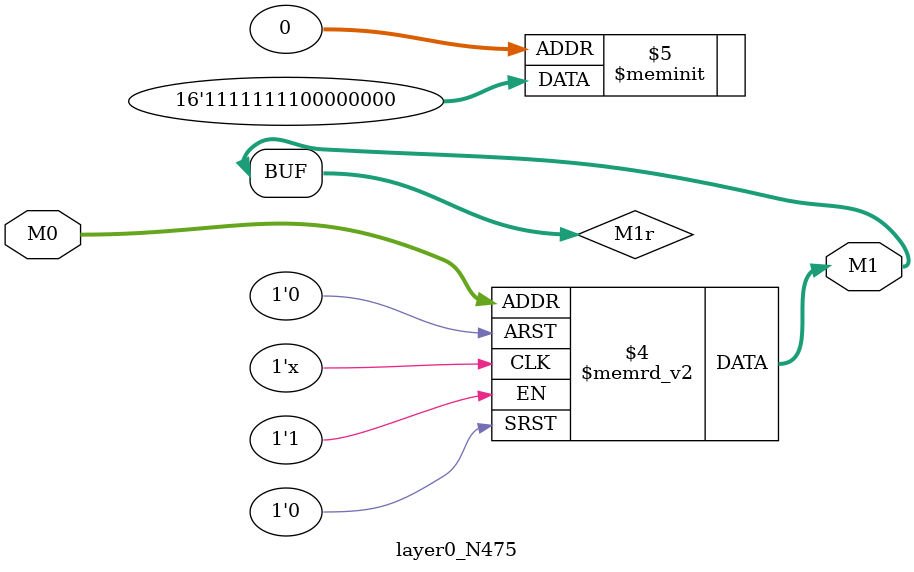
<source format=v>
module layer0_N475 ( input [2:0] M0, output [1:0] M1 );

	(*rom_style = "distributed" *) reg [1:0] M1r;
	assign M1 = M1r;
	always @ (M0) begin
		case (M0)
			3'b000: M1r = 2'b00;
			3'b100: M1r = 2'b11;
			3'b010: M1r = 2'b00;
			3'b110: M1r = 2'b11;
			3'b001: M1r = 2'b00;
			3'b101: M1r = 2'b11;
			3'b011: M1r = 2'b00;
			3'b111: M1r = 2'b11;

		endcase
	end
endmodule

</source>
